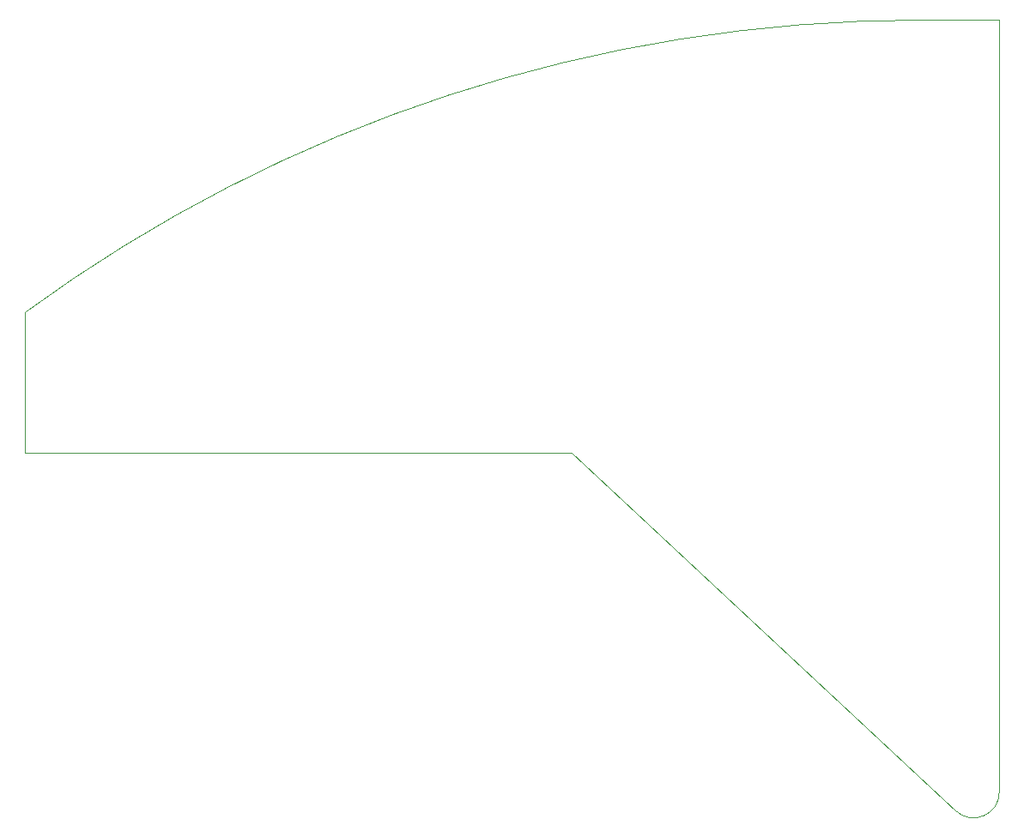
<source format=gbr>
%TF.GenerationSoftware,KiCad,Pcbnew,(6.0.9)*%
%TF.CreationDate,2023-01-27T19:17:15-09:00*%
%TF.ProjectId,EYEBROW WARNING INDICATOR_LEFT,45594542-524f-4572-9057-41524e494e47,rev?*%
%TF.SameCoordinates,Original*%
%TF.FileFunction,Profile,NP*%
%FSLAX46Y46*%
G04 Gerber Fmt 4.6, Leading zero omitted, Abs format (unit mm)*
G04 Created by KiCad (PCBNEW (6.0.9)) date 2023-01-27 19:17:15*
%MOMM*%
%LPD*%
G01*
G04 APERTURE LIST*
%TA.AperFunction,Profile*%
%ADD10C,0.050000*%
%TD*%
G04 APERTURE END LIST*
D10*
X193466103Y-136975157D02*
G75*
G03*
X197738999Y-135118097I1732896J1857060D01*
G01*
X101600000Y-87799222D02*
X101600000Y-101600000D01*
X189864999Y-58896250D02*
G75*
G03*
X101600000Y-87799222I0J-149224999D01*
G01*
X155556277Y-101600000D02*
X193466103Y-136975157D01*
X197738999Y-135118097D02*
X197738999Y-58896250D01*
X197738999Y-58896250D02*
X189864999Y-58896250D01*
X101600000Y-101600000D02*
X155556277Y-101600000D01*
M02*

</source>
